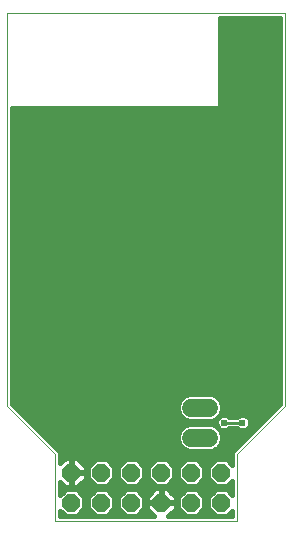
<source format=gbl>
G75*
%MOIN*%
%OFA0B0*%
%FSLAX25Y25*%
%IPPOS*%
%LPD*%
%AMOC8*
5,1,8,0,0,1.08239X$1,22.5*
%
%ADD10C,0.00000*%
%ADD11C,0.06000*%
%ADD12OC8,0.06000*%
%ADD13C,0.01600*%
%ADD14C,0.02400*%
%ADD15C,0.01000*%
D10*
X0065100Y0041600D02*
X0065100Y0064000D01*
X0049100Y0080000D01*
X0049100Y0211100D01*
X0141900Y0211100D01*
X0141900Y0080000D01*
X0125900Y0064000D01*
X0125900Y0041600D01*
X0065100Y0041600D01*
D11*
X0110500Y0069500D02*
X0116500Y0069500D01*
X0116500Y0079500D02*
X0110500Y0079500D01*
D12*
X0110500Y0057800D03*
X0110500Y0047800D03*
X0100500Y0047800D03*
X0100500Y0057800D03*
X0090500Y0057800D03*
X0090500Y0047800D03*
X0080500Y0047800D03*
X0080500Y0057800D03*
X0070500Y0057800D03*
X0070500Y0047800D03*
X0120500Y0047800D03*
X0120500Y0057800D03*
D13*
X0106100Y0068775D02*
X0062871Y0068775D01*
X0061272Y0070373D02*
X0106100Y0070373D01*
X0106100Y0070375D02*
X0106100Y0068625D01*
X0106770Y0067008D01*
X0108008Y0065770D01*
X0109625Y0065100D01*
X0117375Y0065100D01*
X0118992Y0065770D01*
X0120230Y0067008D01*
X0120900Y0068625D01*
X0120900Y0070375D01*
X0120230Y0071992D01*
X0118992Y0073230D01*
X0117375Y0073900D01*
X0109625Y0073900D01*
X0108008Y0073230D01*
X0106770Y0071992D01*
X0106100Y0070375D01*
X0106761Y0071972D02*
X0059674Y0071972D01*
X0058075Y0073570D02*
X0108829Y0073570D01*
X0109459Y0075169D02*
X0056477Y0075169D01*
X0054878Y0076767D02*
X0107010Y0076767D01*
X0106770Y0077008D02*
X0108008Y0075770D01*
X0109625Y0075100D01*
X0117375Y0075100D01*
X0118992Y0075770D01*
X0120230Y0077008D01*
X0120900Y0078625D01*
X0120900Y0080375D01*
X0120230Y0081992D01*
X0118992Y0083230D01*
X0117375Y0083900D01*
X0109625Y0083900D01*
X0108008Y0083230D01*
X0106770Y0081992D01*
X0106100Y0080375D01*
X0106100Y0078625D01*
X0106770Y0077008D01*
X0106207Y0078366D02*
X0053280Y0078366D01*
X0051681Y0079964D02*
X0106100Y0079964D01*
X0106592Y0081563D02*
X0050900Y0081563D01*
X0050900Y0080746D02*
X0050900Y0179248D01*
X0119557Y0179248D01*
X0120172Y0179863D01*
X0120172Y0209300D01*
X0140100Y0209300D01*
X0140100Y0080746D01*
X0124100Y0064746D01*
X0124100Y0060423D01*
X0122323Y0062200D01*
X0118677Y0062200D01*
X0116100Y0059623D01*
X0116100Y0055977D01*
X0118677Y0053400D01*
X0122323Y0053400D01*
X0124100Y0055177D01*
X0124100Y0050423D01*
X0122323Y0052200D01*
X0118677Y0052200D01*
X0116100Y0049623D01*
X0116100Y0045977D01*
X0118677Y0043400D01*
X0122323Y0043400D01*
X0124100Y0045177D01*
X0124100Y0043400D01*
X0102888Y0043400D01*
X0105300Y0045812D01*
X0105300Y0047600D01*
X0100700Y0047600D01*
X0100700Y0048000D01*
X0100300Y0048000D01*
X0100300Y0052600D01*
X0098512Y0052600D01*
X0095700Y0049788D01*
X0095700Y0048000D01*
X0100300Y0048000D01*
X0100300Y0047600D01*
X0095700Y0047600D01*
X0095700Y0045812D01*
X0098112Y0043400D01*
X0066900Y0043400D01*
X0066900Y0045177D01*
X0068677Y0043400D01*
X0072323Y0043400D01*
X0074900Y0045977D01*
X0074900Y0049623D01*
X0072323Y0052200D01*
X0068677Y0052200D01*
X0066900Y0050423D01*
X0066900Y0054612D01*
X0068512Y0053000D01*
X0070300Y0053000D01*
X0070300Y0057600D01*
X0070700Y0057600D01*
X0070700Y0058000D01*
X0075300Y0058000D01*
X0075300Y0059788D01*
X0072488Y0062600D01*
X0070700Y0062600D01*
X0070700Y0058000D01*
X0070300Y0058000D01*
X0070300Y0062600D01*
X0068512Y0062600D01*
X0066900Y0060988D01*
X0066900Y0064746D01*
X0065846Y0065800D01*
X0050900Y0080746D01*
X0050900Y0083161D02*
X0107939Y0083161D01*
X0117541Y0075169D02*
X0118863Y0075169D01*
X0118800Y0075017D02*
X0118800Y0073983D01*
X0119196Y0073027D01*
X0119927Y0072296D01*
X0120883Y0071900D01*
X0121917Y0071900D01*
X0122873Y0072296D01*
X0123177Y0072600D01*
X0125823Y0072600D01*
X0126127Y0072296D01*
X0127083Y0071900D01*
X0128117Y0071900D01*
X0129073Y0072296D01*
X0129804Y0073027D01*
X0130200Y0073983D01*
X0130200Y0075017D01*
X0129804Y0075973D01*
X0129073Y0076704D01*
X0128117Y0077100D01*
X0127083Y0077100D01*
X0126127Y0076704D01*
X0125823Y0076400D01*
X0123177Y0076400D01*
X0122873Y0076704D01*
X0121917Y0077100D01*
X0120883Y0077100D01*
X0119927Y0076704D01*
X0119196Y0075973D01*
X0118800Y0075017D01*
X0118971Y0073570D02*
X0118171Y0073570D01*
X0120239Y0071972D02*
X0120710Y0071972D01*
X0122090Y0071972D02*
X0126910Y0071972D01*
X0128290Y0071972D02*
X0131326Y0071972D01*
X0130029Y0073570D02*
X0132925Y0073570D01*
X0134523Y0075169D02*
X0130137Y0075169D01*
X0128920Y0076767D02*
X0136122Y0076767D01*
X0137720Y0078366D02*
X0120793Y0078366D01*
X0120900Y0079964D02*
X0139319Y0079964D01*
X0140100Y0081563D02*
X0120408Y0081563D01*
X0119061Y0083161D02*
X0140100Y0083161D01*
X0140100Y0084760D02*
X0050900Y0084760D01*
X0050900Y0086358D02*
X0140100Y0086358D01*
X0140100Y0087957D02*
X0050900Y0087957D01*
X0050900Y0089555D02*
X0140100Y0089555D01*
X0140100Y0091154D02*
X0050900Y0091154D01*
X0050900Y0092752D02*
X0140100Y0092752D01*
X0140100Y0094351D02*
X0050900Y0094351D01*
X0050900Y0095949D02*
X0140100Y0095949D01*
X0140100Y0097548D02*
X0050900Y0097548D01*
X0050900Y0099146D02*
X0140100Y0099146D01*
X0140100Y0100745D02*
X0050900Y0100745D01*
X0050900Y0102343D02*
X0140100Y0102343D01*
X0140100Y0103942D02*
X0050900Y0103942D01*
X0050900Y0105540D02*
X0140100Y0105540D01*
X0140100Y0107139D02*
X0050900Y0107139D01*
X0050900Y0108737D02*
X0140100Y0108737D01*
X0140100Y0110336D02*
X0050900Y0110336D01*
X0050900Y0111934D02*
X0140100Y0111934D01*
X0140100Y0113533D02*
X0050900Y0113533D01*
X0050900Y0115132D02*
X0140100Y0115132D01*
X0140100Y0116730D02*
X0050900Y0116730D01*
X0050900Y0118329D02*
X0140100Y0118329D01*
X0140100Y0119927D02*
X0050900Y0119927D01*
X0050900Y0121526D02*
X0140100Y0121526D01*
X0140100Y0123124D02*
X0050900Y0123124D01*
X0050900Y0124723D02*
X0140100Y0124723D01*
X0140100Y0126321D02*
X0050900Y0126321D01*
X0050900Y0127920D02*
X0140100Y0127920D01*
X0140100Y0129518D02*
X0050900Y0129518D01*
X0050900Y0131117D02*
X0140100Y0131117D01*
X0140100Y0132715D02*
X0050900Y0132715D01*
X0050900Y0134314D02*
X0140100Y0134314D01*
X0140100Y0135912D02*
X0050900Y0135912D01*
X0050900Y0137511D02*
X0140100Y0137511D01*
X0140100Y0139109D02*
X0050900Y0139109D01*
X0050900Y0140708D02*
X0140100Y0140708D01*
X0140100Y0142306D02*
X0050900Y0142306D01*
X0050900Y0143905D02*
X0140100Y0143905D01*
X0140100Y0145503D02*
X0050900Y0145503D01*
X0050900Y0147102D02*
X0140100Y0147102D01*
X0140100Y0148700D02*
X0050900Y0148700D01*
X0050900Y0150299D02*
X0140100Y0150299D01*
X0140100Y0151897D02*
X0050900Y0151897D01*
X0050900Y0153496D02*
X0140100Y0153496D01*
X0140100Y0155094D02*
X0050900Y0155094D01*
X0050900Y0156693D02*
X0140100Y0156693D01*
X0140100Y0158291D02*
X0050900Y0158291D01*
X0050900Y0159890D02*
X0140100Y0159890D01*
X0140100Y0161488D02*
X0050900Y0161488D01*
X0050900Y0163087D02*
X0140100Y0163087D01*
X0140100Y0164685D02*
X0050900Y0164685D01*
X0050900Y0166284D02*
X0140100Y0166284D01*
X0140100Y0167882D02*
X0050900Y0167882D01*
X0050900Y0169481D02*
X0140100Y0169481D01*
X0140100Y0171079D02*
X0050900Y0171079D01*
X0050900Y0172678D02*
X0140100Y0172678D01*
X0140100Y0174276D02*
X0050900Y0174276D01*
X0050900Y0175875D02*
X0140100Y0175875D01*
X0140100Y0177473D02*
X0050900Y0177473D01*
X0050900Y0179072D02*
X0140100Y0179072D01*
X0140100Y0180670D02*
X0120172Y0180670D01*
X0120172Y0182269D02*
X0140100Y0182269D01*
X0140100Y0183868D02*
X0120172Y0183868D01*
X0120172Y0185466D02*
X0140100Y0185466D01*
X0140100Y0187065D02*
X0120172Y0187065D01*
X0120172Y0188663D02*
X0140100Y0188663D01*
X0140100Y0190262D02*
X0120172Y0190262D01*
X0120172Y0191860D02*
X0140100Y0191860D01*
X0140100Y0193459D02*
X0120172Y0193459D01*
X0120172Y0195057D02*
X0140100Y0195057D01*
X0140100Y0196656D02*
X0120172Y0196656D01*
X0120172Y0198254D02*
X0140100Y0198254D01*
X0140100Y0199853D02*
X0120172Y0199853D01*
X0120172Y0201451D02*
X0140100Y0201451D01*
X0140100Y0203050D02*
X0120172Y0203050D01*
X0120172Y0204648D02*
X0140100Y0204648D01*
X0140100Y0206247D02*
X0120172Y0206247D01*
X0120172Y0207845D02*
X0140100Y0207845D01*
X0126280Y0076767D02*
X0122720Y0076767D01*
X0120080Y0076767D02*
X0119990Y0076767D01*
X0120900Y0070373D02*
X0129728Y0070373D01*
X0128129Y0068775D02*
X0120900Y0068775D01*
X0120300Y0067176D02*
X0126531Y0067176D01*
X0124932Y0065578D02*
X0118528Y0065578D01*
X0117260Y0060782D02*
X0113740Y0060782D01*
X0114900Y0059623D02*
X0112323Y0062200D01*
X0108677Y0062200D01*
X0106100Y0059623D01*
X0106100Y0055977D01*
X0108677Y0053400D01*
X0112323Y0053400D01*
X0114900Y0055977D01*
X0114900Y0059623D01*
X0114900Y0059184D02*
X0116100Y0059184D01*
X0116100Y0057585D02*
X0114900Y0057585D01*
X0114900Y0055987D02*
X0116100Y0055987D01*
X0117689Y0054388D02*
X0113311Y0054388D01*
X0112323Y0052200D02*
X0108677Y0052200D01*
X0106100Y0049623D01*
X0106100Y0045977D01*
X0108677Y0043400D01*
X0112323Y0043400D01*
X0114900Y0045977D01*
X0114900Y0049623D01*
X0112323Y0052200D01*
X0113331Y0051191D02*
X0117669Y0051191D01*
X0116100Y0049593D02*
X0114900Y0049593D01*
X0114900Y0047994D02*
X0116100Y0047994D01*
X0116100Y0046396D02*
X0114900Y0046396D01*
X0113720Y0044797D02*
X0117280Y0044797D01*
X0123720Y0044797D02*
X0124100Y0044797D01*
X0124100Y0051191D02*
X0123331Y0051191D01*
X0124100Y0052790D02*
X0066900Y0052790D01*
X0066900Y0054388D02*
X0067124Y0054388D01*
X0070300Y0054388D02*
X0070700Y0054388D01*
X0070700Y0053000D02*
X0072488Y0053000D01*
X0075300Y0055812D01*
X0075300Y0057600D01*
X0070700Y0057600D01*
X0070700Y0053000D01*
X0073331Y0051191D02*
X0077669Y0051191D01*
X0078677Y0052200D02*
X0076100Y0049623D01*
X0076100Y0045977D01*
X0078677Y0043400D01*
X0082323Y0043400D01*
X0084900Y0045977D01*
X0084900Y0049623D01*
X0082323Y0052200D01*
X0078677Y0052200D01*
X0078677Y0053400D02*
X0082323Y0053400D01*
X0084900Y0055977D01*
X0084900Y0059623D01*
X0082323Y0062200D01*
X0078677Y0062200D01*
X0076100Y0059623D01*
X0076100Y0055977D01*
X0078677Y0053400D01*
X0077689Y0054388D02*
X0073876Y0054388D01*
X0075300Y0055987D02*
X0076100Y0055987D01*
X0076100Y0057585D02*
X0075300Y0057585D01*
X0075300Y0059184D02*
X0076100Y0059184D01*
X0077260Y0060782D02*
X0074306Y0060782D01*
X0072708Y0062381D02*
X0124100Y0062381D01*
X0124100Y0063979D02*
X0066900Y0063979D01*
X0066900Y0062381D02*
X0068292Y0062381D01*
X0070300Y0062381D02*
X0070700Y0062381D01*
X0070700Y0060782D02*
X0070300Y0060782D01*
X0070300Y0059184D02*
X0070700Y0059184D01*
X0070700Y0057585D02*
X0070300Y0057585D01*
X0070300Y0055987D02*
X0070700Y0055987D01*
X0067669Y0051191D02*
X0066900Y0051191D01*
X0066900Y0044797D02*
X0067280Y0044797D01*
X0073720Y0044797D02*
X0077280Y0044797D01*
X0076100Y0046396D02*
X0074900Y0046396D01*
X0074900Y0047994D02*
X0076100Y0047994D01*
X0076100Y0049593D02*
X0074900Y0049593D01*
X0083331Y0051191D02*
X0087669Y0051191D01*
X0088677Y0052200D02*
X0086100Y0049623D01*
X0086100Y0045977D01*
X0088677Y0043400D01*
X0092323Y0043400D01*
X0094900Y0045977D01*
X0094900Y0049623D01*
X0092323Y0052200D01*
X0088677Y0052200D01*
X0088677Y0053400D02*
X0092323Y0053400D01*
X0094900Y0055977D01*
X0094900Y0059623D01*
X0092323Y0062200D01*
X0088677Y0062200D01*
X0086100Y0059623D01*
X0086100Y0055977D01*
X0088677Y0053400D01*
X0087689Y0054388D02*
X0083311Y0054388D01*
X0084900Y0055987D02*
X0086100Y0055987D01*
X0086100Y0057585D02*
X0084900Y0057585D01*
X0084900Y0059184D02*
X0086100Y0059184D01*
X0087260Y0060782D02*
X0083740Y0060782D01*
X0093740Y0060782D02*
X0097260Y0060782D01*
X0096100Y0059623D02*
X0096100Y0055977D01*
X0098677Y0053400D01*
X0102323Y0053400D01*
X0104900Y0055977D01*
X0104900Y0059623D01*
X0102323Y0062200D01*
X0098677Y0062200D01*
X0096100Y0059623D01*
X0096100Y0059184D02*
X0094900Y0059184D01*
X0094900Y0057585D02*
X0096100Y0057585D01*
X0096100Y0055987D02*
X0094900Y0055987D01*
X0093311Y0054388D02*
X0097689Y0054388D01*
X0097103Y0051191D02*
X0093331Y0051191D01*
X0094900Y0049593D02*
X0095700Y0049593D01*
X0094900Y0047994D02*
X0100300Y0047994D01*
X0100700Y0048000D02*
X0100700Y0052600D01*
X0102488Y0052600D01*
X0105300Y0049788D01*
X0105300Y0048000D01*
X0100700Y0048000D01*
X0100700Y0047994D02*
X0106100Y0047994D01*
X0106100Y0046396D02*
X0105300Y0046396D01*
X0104285Y0044797D02*
X0107280Y0044797D01*
X0106100Y0049593D02*
X0105300Y0049593D01*
X0103897Y0051191D02*
X0107669Y0051191D01*
X0107689Y0054388D02*
X0103311Y0054388D01*
X0104900Y0055987D02*
X0106100Y0055987D01*
X0106100Y0057585D02*
X0104900Y0057585D01*
X0104900Y0059184D02*
X0106100Y0059184D01*
X0107260Y0060782D02*
X0103740Y0060782D01*
X0108472Y0065578D02*
X0066068Y0065578D01*
X0064469Y0067176D02*
X0106700Y0067176D01*
X0100700Y0051191D02*
X0100300Y0051191D01*
X0100300Y0049593D02*
X0100700Y0049593D01*
X0096715Y0044797D02*
X0093720Y0044797D01*
X0094900Y0046396D02*
X0095700Y0046396D01*
X0087280Y0044797D02*
X0083720Y0044797D01*
X0084900Y0046396D02*
X0086100Y0046396D01*
X0086100Y0047994D02*
X0084900Y0047994D01*
X0084900Y0049593D02*
X0086100Y0049593D01*
X0123311Y0054388D02*
X0124100Y0054388D01*
X0124100Y0060782D02*
X0123740Y0060782D01*
D14*
X0121400Y0074500D03*
X0127600Y0074500D03*
X0121200Y0100800D03*
X0116700Y0105500D03*
X0112300Y0100800D03*
X0094000Y0088800D03*
X0091000Y0088800D03*
X0091000Y0085800D03*
X0094000Y0085800D03*
X0088000Y0085800D03*
X0088000Y0088800D03*
X0080900Y0084000D03*
X0074300Y0089600D03*
X0083400Y0166600D03*
X0090200Y0176300D03*
X0096800Y0166600D03*
X0103600Y0176300D03*
X0111700Y0166600D03*
X0119800Y0176300D03*
X0129100Y0174800D03*
X0129100Y0178800D03*
X0121600Y0185600D03*
X0130600Y0192300D03*
X0121600Y0197900D03*
X0130600Y0204200D03*
X0121600Y0208200D03*
X0075900Y0176300D03*
X0062000Y0174600D03*
X0062000Y0178700D03*
D15*
X0121400Y0074500D02*
X0127600Y0074500D01*
M02*

</source>
